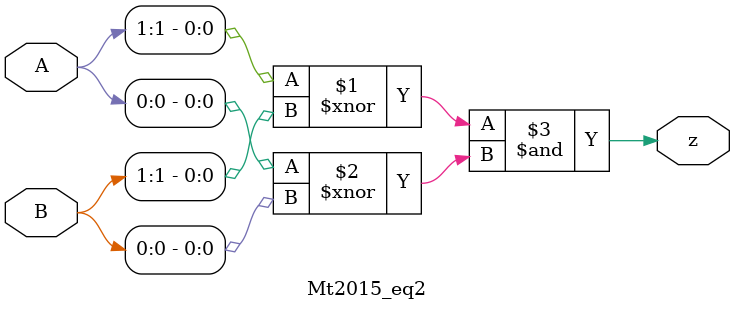
<source format=v>

module Mt2015_eq2 (
    input  [1:0] A,
    input  [1:0] B,
    output       z
);
    assign z = (A[1] ~^ B[1]) & (A[0] ~^ B[0]);
endmodule

</source>
